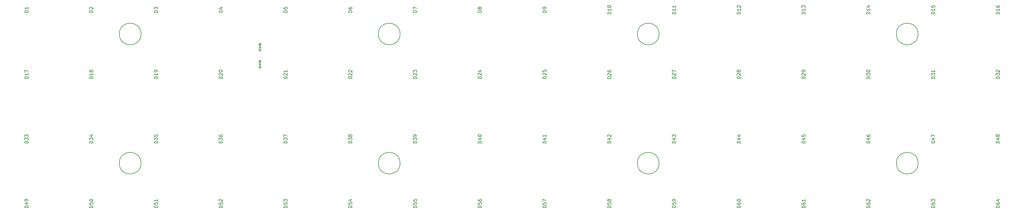
<source format=gbr>
%TF.GenerationSoftware,KiCad,Pcbnew,(6.0.7)*%
%TF.CreationDate,2022-10-03T19:09:15-04:00*%
%TF.ProjectId,HardLight,48617264-4c69-4676-9874-2e6b69636164,Mark 2 Rev F*%
%TF.SameCoordinates,Original*%
%TF.FileFunction,Other,Comment*%
%FSLAX46Y46*%
G04 Gerber Fmt 4.6, Leading zero omitted, Abs format (unit mm)*
G04 Created by KiCad (PCBNEW (6.0.7)) date 2022-10-03 19:09:15*
%MOMM*%
%LPD*%
G01*
G04 APERTURE LIST*
%ADD10C,0.150000*%
%ADD11C,0.030000*%
G04 APERTURE END LIST*
D10*
%TO.C,D1*%
X37471130Y-84081845D02*
X36471130Y-84081845D01*
X36471130Y-83843750D01*
X36518750Y-83700892D01*
X36613988Y-83605654D01*
X36709226Y-83558035D01*
X36899702Y-83510416D01*
X37042559Y-83510416D01*
X37233035Y-83558035D01*
X37328273Y-83605654D01*
X37423511Y-83700892D01*
X37471130Y-83843750D01*
X37471130Y-84081845D01*
X37471130Y-82558035D02*
X37471130Y-83129464D01*
X37471130Y-82843750D02*
X36471130Y-82843750D01*
X36613988Y-82938988D01*
X36709226Y-83034226D01*
X36756845Y-83129464D01*
%TO.C,D2*%
X56521130Y-84081845D02*
X55521130Y-84081845D01*
X55521130Y-83843750D01*
X55568750Y-83700892D01*
X55663988Y-83605654D01*
X55759226Y-83558035D01*
X55949702Y-83510416D01*
X56092559Y-83510416D01*
X56283035Y-83558035D01*
X56378273Y-83605654D01*
X56473511Y-83700892D01*
X56521130Y-83843750D01*
X56521130Y-84081845D01*
X55616369Y-83129464D02*
X55568750Y-83081845D01*
X55521130Y-82986607D01*
X55521130Y-82748511D01*
X55568750Y-82653273D01*
X55616369Y-82605654D01*
X55711607Y-82558035D01*
X55806845Y-82558035D01*
X55949702Y-82605654D01*
X56521130Y-83177083D01*
X56521130Y-82558035D01*
%TO.C,D3*%
X75571130Y-84081845D02*
X74571130Y-84081845D01*
X74571130Y-83843750D01*
X74618750Y-83700892D01*
X74713988Y-83605654D01*
X74809226Y-83558035D01*
X74999702Y-83510416D01*
X75142559Y-83510416D01*
X75333035Y-83558035D01*
X75428273Y-83605654D01*
X75523511Y-83700892D01*
X75571130Y-83843750D01*
X75571130Y-84081845D01*
X74571130Y-83177083D02*
X74571130Y-82558035D01*
X74952083Y-82891369D01*
X74952083Y-82748511D01*
X74999702Y-82653273D01*
X75047321Y-82605654D01*
X75142559Y-82558035D01*
X75380654Y-82558035D01*
X75475892Y-82605654D01*
X75523511Y-82653273D01*
X75571130Y-82748511D01*
X75571130Y-83034226D01*
X75523511Y-83129464D01*
X75475892Y-83177083D01*
%TO.C,D4*%
X94621130Y-84081845D02*
X93621130Y-84081845D01*
X93621130Y-83843750D01*
X93668750Y-83700892D01*
X93763988Y-83605654D01*
X93859226Y-83558035D01*
X94049702Y-83510416D01*
X94192559Y-83510416D01*
X94383035Y-83558035D01*
X94478273Y-83605654D01*
X94573511Y-83700892D01*
X94621130Y-83843750D01*
X94621130Y-84081845D01*
X93954464Y-82653273D02*
X94621130Y-82653273D01*
X93573511Y-82891369D02*
X94287797Y-83129464D01*
X94287797Y-82510416D01*
%TO.C,D5*%
X113671130Y-84081845D02*
X112671130Y-84081845D01*
X112671130Y-83843750D01*
X112718750Y-83700892D01*
X112813988Y-83605654D01*
X112909226Y-83558035D01*
X113099702Y-83510416D01*
X113242559Y-83510416D01*
X113433035Y-83558035D01*
X113528273Y-83605654D01*
X113623511Y-83700892D01*
X113671130Y-83843750D01*
X113671130Y-84081845D01*
X112671130Y-82605654D02*
X112671130Y-83081845D01*
X113147321Y-83129464D01*
X113099702Y-83081845D01*
X113052083Y-82986607D01*
X113052083Y-82748511D01*
X113099702Y-82653273D01*
X113147321Y-82605654D01*
X113242559Y-82558035D01*
X113480654Y-82558035D01*
X113575892Y-82605654D01*
X113623511Y-82653273D01*
X113671130Y-82748511D01*
X113671130Y-82986607D01*
X113623511Y-83081845D01*
X113575892Y-83129464D01*
%TO.C,D6*%
X132721130Y-84081845D02*
X131721130Y-84081845D01*
X131721130Y-83843750D01*
X131768750Y-83700892D01*
X131863988Y-83605654D01*
X131959226Y-83558035D01*
X132149702Y-83510416D01*
X132292559Y-83510416D01*
X132483035Y-83558035D01*
X132578273Y-83605654D01*
X132673511Y-83700892D01*
X132721130Y-83843750D01*
X132721130Y-84081845D01*
X131721130Y-82653273D02*
X131721130Y-82843750D01*
X131768750Y-82938988D01*
X131816369Y-82986607D01*
X131959226Y-83081845D01*
X132149702Y-83129464D01*
X132530654Y-83129464D01*
X132625892Y-83081845D01*
X132673511Y-83034226D01*
X132721130Y-82938988D01*
X132721130Y-82748511D01*
X132673511Y-82653273D01*
X132625892Y-82605654D01*
X132530654Y-82558035D01*
X132292559Y-82558035D01*
X132197321Y-82605654D01*
X132149702Y-82653273D01*
X132102083Y-82748511D01*
X132102083Y-82938988D01*
X132149702Y-83034226D01*
X132197321Y-83081845D01*
X132292559Y-83129464D01*
%TO.C,D7*%
X151771130Y-84081845D02*
X150771130Y-84081845D01*
X150771130Y-83843750D01*
X150818750Y-83700892D01*
X150913988Y-83605654D01*
X151009226Y-83558035D01*
X151199702Y-83510416D01*
X151342559Y-83510416D01*
X151533035Y-83558035D01*
X151628273Y-83605654D01*
X151723511Y-83700892D01*
X151771130Y-83843750D01*
X151771130Y-84081845D01*
X150771130Y-83177083D02*
X150771130Y-82510416D01*
X151771130Y-82938988D01*
%TO.C,D8*%
X170821130Y-84081845D02*
X169821130Y-84081845D01*
X169821130Y-83843750D01*
X169868750Y-83700892D01*
X169963988Y-83605654D01*
X170059226Y-83558035D01*
X170249702Y-83510416D01*
X170392559Y-83510416D01*
X170583035Y-83558035D01*
X170678273Y-83605654D01*
X170773511Y-83700892D01*
X170821130Y-83843750D01*
X170821130Y-84081845D01*
X170249702Y-82938988D02*
X170202083Y-83034226D01*
X170154464Y-83081845D01*
X170059226Y-83129464D01*
X170011607Y-83129464D01*
X169916369Y-83081845D01*
X169868750Y-83034226D01*
X169821130Y-82938988D01*
X169821130Y-82748511D01*
X169868750Y-82653273D01*
X169916369Y-82605654D01*
X170011607Y-82558035D01*
X170059226Y-82558035D01*
X170154464Y-82605654D01*
X170202083Y-82653273D01*
X170249702Y-82748511D01*
X170249702Y-82938988D01*
X170297321Y-83034226D01*
X170344940Y-83081845D01*
X170440178Y-83129464D01*
X170630654Y-83129464D01*
X170725892Y-83081845D01*
X170773511Y-83034226D01*
X170821130Y-82938988D01*
X170821130Y-82748511D01*
X170773511Y-82653273D01*
X170725892Y-82605654D01*
X170630654Y-82558035D01*
X170440178Y-82558035D01*
X170344940Y-82605654D01*
X170297321Y-82653273D01*
X170249702Y-82748511D01*
%TO.C,D9*%
X189871130Y-84081845D02*
X188871130Y-84081845D01*
X188871130Y-83843750D01*
X188918750Y-83700892D01*
X189013988Y-83605654D01*
X189109226Y-83558035D01*
X189299702Y-83510416D01*
X189442559Y-83510416D01*
X189633035Y-83558035D01*
X189728273Y-83605654D01*
X189823511Y-83700892D01*
X189871130Y-83843750D01*
X189871130Y-84081845D01*
X189871130Y-83034226D02*
X189871130Y-82843750D01*
X189823511Y-82748511D01*
X189775892Y-82700892D01*
X189633035Y-82605654D01*
X189442559Y-82558035D01*
X189061607Y-82558035D01*
X188966369Y-82605654D01*
X188918750Y-82653273D01*
X188871130Y-82748511D01*
X188871130Y-82938988D01*
X188918750Y-83034226D01*
X188966369Y-83081845D01*
X189061607Y-83129464D01*
X189299702Y-83129464D01*
X189394940Y-83081845D01*
X189442559Y-83034226D01*
X189490178Y-82938988D01*
X189490178Y-82748511D01*
X189442559Y-82653273D01*
X189394940Y-82605654D01*
X189299702Y-82558035D01*
%TO.C,D10*%
X208921130Y-84558035D02*
X207921130Y-84558035D01*
X207921130Y-84319940D01*
X207968750Y-84177083D01*
X208063988Y-84081845D01*
X208159226Y-84034226D01*
X208349702Y-83986607D01*
X208492559Y-83986607D01*
X208683035Y-84034226D01*
X208778273Y-84081845D01*
X208873511Y-84177083D01*
X208921130Y-84319940D01*
X208921130Y-84558035D01*
X208921130Y-83034226D02*
X208921130Y-83605654D01*
X208921130Y-83319940D02*
X207921130Y-83319940D01*
X208063988Y-83415178D01*
X208159226Y-83510416D01*
X208206845Y-83605654D01*
X207921130Y-82415178D02*
X207921130Y-82319940D01*
X207968750Y-82224702D01*
X208016369Y-82177083D01*
X208111607Y-82129464D01*
X208302083Y-82081845D01*
X208540178Y-82081845D01*
X208730654Y-82129464D01*
X208825892Y-82177083D01*
X208873511Y-82224702D01*
X208921130Y-82319940D01*
X208921130Y-82415178D01*
X208873511Y-82510416D01*
X208825892Y-82558035D01*
X208730654Y-82605654D01*
X208540178Y-82653273D01*
X208302083Y-82653273D01*
X208111607Y-82605654D01*
X208016369Y-82558035D01*
X207968750Y-82510416D01*
X207921130Y-82415178D01*
%TO.C,D11*%
X227971130Y-84558035D02*
X226971130Y-84558035D01*
X226971130Y-84319940D01*
X227018750Y-84177083D01*
X227113988Y-84081845D01*
X227209226Y-84034226D01*
X227399702Y-83986607D01*
X227542559Y-83986607D01*
X227733035Y-84034226D01*
X227828273Y-84081845D01*
X227923511Y-84177083D01*
X227971130Y-84319940D01*
X227971130Y-84558035D01*
X227971130Y-83034226D02*
X227971130Y-83605654D01*
X227971130Y-83319940D02*
X226971130Y-83319940D01*
X227113988Y-83415178D01*
X227209226Y-83510416D01*
X227256845Y-83605654D01*
X227971130Y-82081845D02*
X227971130Y-82653273D01*
X227971130Y-82367559D02*
X226971130Y-82367559D01*
X227113988Y-82462797D01*
X227209226Y-82558035D01*
X227256845Y-82653273D01*
%TO.C,D12*%
X247021130Y-84558035D02*
X246021130Y-84558035D01*
X246021130Y-84319940D01*
X246068750Y-84177083D01*
X246163988Y-84081845D01*
X246259226Y-84034226D01*
X246449702Y-83986607D01*
X246592559Y-83986607D01*
X246783035Y-84034226D01*
X246878273Y-84081845D01*
X246973511Y-84177083D01*
X247021130Y-84319940D01*
X247021130Y-84558035D01*
X247021130Y-83034226D02*
X247021130Y-83605654D01*
X247021130Y-83319940D02*
X246021130Y-83319940D01*
X246163988Y-83415178D01*
X246259226Y-83510416D01*
X246306845Y-83605654D01*
X246116369Y-82653273D02*
X246068750Y-82605654D01*
X246021130Y-82510416D01*
X246021130Y-82272321D01*
X246068750Y-82177083D01*
X246116369Y-82129464D01*
X246211607Y-82081845D01*
X246306845Y-82081845D01*
X246449702Y-82129464D01*
X247021130Y-82700892D01*
X247021130Y-82081845D01*
%TO.C,D13*%
X266071130Y-84558035D02*
X265071130Y-84558035D01*
X265071130Y-84319940D01*
X265118750Y-84177083D01*
X265213988Y-84081845D01*
X265309226Y-84034226D01*
X265499702Y-83986607D01*
X265642559Y-83986607D01*
X265833035Y-84034226D01*
X265928273Y-84081845D01*
X266023511Y-84177083D01*
X266071130Y-84319940D01*
X266071130Y-84558035D01*
X266071130Y-83034226D02*
X266071130Y-83605654D01*
X266071130Y-83319940D02*
X265071130Y-83319940D01*
X265213988Y-83415178D01*
X265309226Y-83510416D01*
X265356845Y-83605654D01*
X265071130Y-82700892D02*
X265071130Y-82081845D01*
X265452083Y-82415178D01*
X265452083Y-82272321D01*
X265499702Y-82177083D01*
X265547321Y-82129464D01*
X265642559Y-82081845D01*
X265880654Y-82081845D01*
X265975892Y-82129464D01*
X266023511Y-82177083D01*
X266071130Y-82272321D01*
X266071130Y-82558035D01*
X266023511Y-82653273D01*
X265975892Y-82700892D01*
%TO.C,D14*%
X285121130Y-84558035D02*
X284121130Y-84558035D01*
X284121130Y-84319940D01*
X284168750Y-84177083D01*
X284263988Y-84081845D01*
X284359226Y-84034226D01*
X284549702Y-83986607D01*
X284692559Y-83986607D01*
X284883035Y-84034226D01*
X284978273Y-84081845D01*
X285073511Y-84177083D01*
X285121130Y-84319940D01*
X285121130Y-84558035D01*
X285121130Y-83034226D02*
X285121130Y-83605654D01*
X285121130Y-83319940D02*
X284121130Y-83319940D01*
X284263988Y-83415178D01*
X284359226Y-83510416D01*
X284406845Y-83605654D01*
X284454464Y-82177083D02*
X285121130Y-82177083D01*
X284073511Y-82415178D02*
X284787797Y-82653273D01*
X284787797Y-82034226D01*
%TO.C,D15*%
X304171130Y-84558035D02*
X303171130Y-84558035D01*
X303171130Y-84319940D01*
X303218750Y-84177083D01*
X303313988Y-84081845D01*
X303409226Y-84034226D01*
X303599702Y-83986607D01*
X303742559Y-83986607D01*
X303933035Y-84034226D01*
X304028273Y-84081845D01*
X304123511Y-84177083D01*
X304171130Y-84319940D01*
X304171130Y-84558035D01*
X304171130Y-83034226D02*
X304171130Y-83605654D01*
X304171130Y-83319940D02*
X303171130Y-83319940D01*
X303313988Y-83415178D01*
X303409226Y-83510416D01*
X303456845Y-83605654D01*
X303171130Y-82129464D02*
X303171130Y-82605654D01*
X303647321Y-82653273D01*
X303599702Y-82605654D01*
X303552083Y-82510416D01*
X303552083Y-82272321D01*
X303599702Y-82177083D01*
X303647321Y-82129464D01*
X303742559Y-82081845D01*
X303980654Y-82081845D01*
X304075892Y-82129464D01*
X304123511Y-82177083D01*
X304171130Y-82272321D01*
X304171130Y-82510416D01*
X304123511Y-82605654D01*
X304075892Y-82653273D01*
%TO.C,D16*%
X323221130Y-84558035D02*
X322221130Y-84558035D01*
X322221130Y-84319940D01*
X322268750Y-84177083D01*
X322363988Y-84081845D01*
X322459226Y-84034226D01*
X322649702Y-83986607D01*
X322792559Y-83986607D01*
X322983035Y-84034226D01*
X323078273Y-84081845D01*
X323173511Y-84177083D01*
X323221130Y-84319940D01*
X323221130Y-84558035D01*
X323221130Y-83034226D02*
X323221130Y-83605654D01*
X323221130Y-83319940D02*
X322221130Y-83319940D01*
X322363988Y-83415178D01*
X322459226Y-83510416D01*
X322506845Y-83605654D01*
X322221130Y-82177083D02*
X322221130Y-82367559D01*
X322268750Y-82462797D01*
X322316369Y-82510416D01*
X322459226Y-82605654D01*
X322649702Y-82653273D01*
X323030654Y-82653273D01*
X323125892Y-82605654D01*
X323173511Y-82558035D01*
X323221130Y-82462797D01*
X323221130Y-82272321D01*
X323173511Y-82177083D01*
X323125892Y-82129464D01*
X323030654Y-82081845D01*
X322792559Y-82081845D01*
X322697321Y-82129464D01*
X322649702Y-82177083D01*
X322602083Y-82272321D01*
X322602083Y-82462797D01*
X322649702Y-82558035D01*
X322697321Y-82605654D01*
X322792559Y-82653273D01*
%TO.C,D17*%
X37471130Y-103608035D02*
X36471130Y-103608035D01*
X36471130Y-103369940D01*
X36518750Y-103227083D01*
X36613988Y-103131845D01*
X36709226Y-103084226D01*
X36899702Y-103036607D01*
X37042559Y-103036607D01*
X37233035Y-103084226D01*
X37328273Y-103131845D01*
X37423511Y-103227083D01*
X37471130Y-103369940D01*
X37471130Y-103608035D01*
X37471130Y-102084226D02*
X37471130Y-102655654D01*
X37471130Y-102369940D02*
X36471130Y-102369940D01*
X36613988Y-102465178D01*
X36709226Y-102560416D01*
X36756845Y-102655654D01*
X36471130Y-101750892D02*
X36471130Y-101084226D01*
X37471130Y-101512797D01*
%TO.C,D18*%
X56521130Y-103608035D02*
X55521130Y-103608035D01*
X55521130Y-103369940D01*
X55568750Y-103227083D01*
X55663988Y-103131845D01*
X55759226Y-103084226D01*
X55949702Y-103036607D01*
X56092559Y-103036607D01*
X56283035Y-103084226D01*
X56378273Y-103131845D01*
X56473511Y-103227083D01*
X56521130Y-103369940D01*
X56521130Y-103608035D01*
X56521130Y-102084226D02*
X56521130Y-102655654D01*
X56521130Y-102369940D02*
X55521130Y-102369940D01*
X55663988Y-102465178D01*
X55759226Y-102560416D01*
X55806845Y-102655654D01*
X55949702Y-101512797D02*
X55902083Y-101608035D01*
X55854464Y-101655654D01*
X55759226Y-101703273D01*
X55711607Y-101703273D01*
X55616369Y-101655654D01*
X55568750Y-101608035D01*
X55521130Y-101512797D01*
X55521130Y-101322321D01*
X55568750Y-101227083D01*
X55616369Y-101179464D01*
X55711607Y-101131845D01*
X55759226Y-101131845D01*
X55854464Y-101179464D01*
X55902083Y-101227083D01*
X55949702Y-101322321D01*
X55949702Y-101512797D01*
X55997321Y-101608035D01*
X56044940Y-101655654D01*
X56140178Y-101703273D01*
X56330654Y-101703273D01*
X56425892Y-101655654D01*
X56473511Y-101608035D01*
X56521130Y-101512797D01*
X56521130Y-101322321D01*
X56473511Y-101227083D01*
X56425892Y-101179464D01*
X56330654Y-101131845D01*
X56140178Y-101131845D01*
X56044940Y-101179464D01*
X55997321Y-101227083D01*
X55949702Y-101322321D01*
%TO.C,D19*%
X75571130Y-103608035D02*
X74571130Y-103608035D01*
X74571130Y-103369940D01*
X74618750Y-103227083D01*
X74713988Y-103131845D01*
X74809226Y-103084226D01*
X74999702Y-103036607D01*
X75142559Y-103036607D01*
X75333035Y-103084226D01*
X75428273Y-103131845D01*
X75523511Y-103227083D01*
X75571130Y-103369940D01*
X75571130Y-103608035D01*
X75571130Y-102084226D02*
X75571130Y-102655654D01*
X75571130Y-102369940D02*
X74571130Y-102369940D01*
X74713988Y-102465178D01*
X74809226Y-102560416D01*
X74856845Y-102655654D01*
X75571130Y-101608035D02*
X75571130Y-101417559D01*
X75523511Y-101322321D01*
X75475892Y-101274702D01*
X75333035Y-101179464D01*
X75142559Y-101131845D01*
X74761607Y-101131845D01*
X74666369Y-101179464D01*
X74618750Y-101227083D01*
X74571130Y-101322321D01*
X74571130Y-101512797D01*
X74618750Y-101608035D01*
X74666369Y-101655654D01*
X74761607Y-101703273D01*
X74999702Y-101703273D01*
X75094940Y-101655654D01*
X75142559Y-101608035D01*
X75190178Y-101512797D01*
X75190178Y-101322321D01*
X75142559Y-101227083D01*
X75094940Y-101179464D01*
X74999702Y-101131845D01*
%TO.C,D20*%
X94621130Y-103608035D02*
X93621130Y-103608035D01*
X93621130Y-103369940D01*
X93668750Y-103227083D01*
X93763988Y-103131845D01*
X93859226Y-103084226D01*
X94049702Y-103036607D01*
X94192559Y-103036607D01*
X94383035Y-103084226D01*
X94478273Y-103131845D01*
X94573511Y-103227083D01*
X94621130Y-103369940D01*
X94621130Y-103608035D01*
X93716369Y-102655654D02*
X93668750Y-102608035D01*
X93621130Y-102512797D01*
X93621130Y-102274702D01*
X93668750Y-102179464D01*
X93716369Y-102131845D01*
X93811607Y-102084226D01*
X93906845Y-102084226D01*
X94049702Y-102131845D01*
X94621130Y-102703273D01*
X94621130Y-102084226D01*
X93621130Y-101465178D02*
X93621130Y-101369940D01*
X93668750Y-101274702D01*
X93716369Y-101227083D01*
X93811607Y-101179464D01*
X94002083Y-101131845D01*
X94240178Y-101131845D01*
X94430654Y-101179464D01*
X94525892Y-101227083D01*
X94573511Y-101274702D01*
X94621130Y-101369940D01*
X94621130Y-101465178D01*
X94573511Y-101560416D01*
X94525892Y-101608035D01*
X94430654Y-101655654D01*
X94240178Y-101703273D01*
X94002083Y-101703273D01*
X93811607Y-101655654D01*
X93716369Y-101608035D01*
X93668750Y-101560416D01*
X93621130Y-101465178D01*
%TO.C,D21*%
X113671130Y-103608035D02*
X112671130Y-103608035D01*
X112671130Y-103369940D01*
X112718750Y-103227083D01*
X112813988Y-103131845D01*
X112909226Y-103084226D01*
X113099702Y-103036607D01*
X113242559Y-103036607D01*
X113433035Y-103084226D01*
X113528273Y-103131845D01*
X113623511Y-103227083D01*
X113671130Y-103369940D01*
X113671130Y-103608035D01*
X112766369Y-102655654D02*
X112718750Y-102608035D01*
X112671130Y-102512797D01*
X112671130Y-102274702D01*
X112718750Y-102179464D01*
X112766369Y-102131845D01*
X112861607Y-102084226D01*
X112956845Y-102084226D01*
X113099702Y-102131845D01*
X113671130Y-102703273D01*
X113671130Y-102084226D01*
X113671130Y-101131845D02*
X113671130Y-101703273D01*
X113671130Y-101417559D02*
X112671130Y-101417559D01*
X112813988Y-101512797D01*
X112909226Y-101608035D01*
X112956845Y-101703273D01*
%TO.C,D22*%
X132721130Y-103608035D02*
X131721130Y-103608035D01*
X131721130Y-103369940D01*
X131768750Y-103227083D01*
X131863988Y-103131845D01*
X131959226Y-103084226D01*
X132149702Y-103036607D01*
X132292559Y-103036607D01*
X132483035Y-103084226D01*
X132578273Y-103131845D01*
X132673511Y-103227083D01*
X132721130Y-103369940D01*
X132721130Y-103608035D01*
X131816369Y-102655654D02*
X131768750Y-102608035D01*
X131721130Y-102512797D01*
X131721130Y-102274702D01*
X131768750Y-102179464D01*
X131816369Y-102131845D01*
X131911607Y-102084226D01*
X132006845Y-102084226D01*
X132149702Y-102131845D01*
X132721130Y-102703273D01*
X132721130Y-102084226D01*
X131816369Y-101703273D02*
X131768750Y-101655654D01*
X131721130Y-101560416D01*
X131721130Y-101322321D01*
X131768750Y-101227083D01*
X131816369Y-101179464D01*
X131911607Y-101131845D01*
X132006845Y-101131845D01*
X132149702Y-101179464D01*
X132721130Y-101750892D01*
X132721130Y-101131845D01*
%TO.C,D23*%
X151771130Y-103608035D02*
X150771130Y-103608035D01*
X150771130Y-103369940D01*
X150818750Y-103227083D01*
X150913988Y-103131845D01*
X151009226Y-103084226D01*
X151199702Y-103036607D01*
X151342559Y-103036607D01*
X151533035Y-103084226D01*
X151628273Y-103131845D01*
X151723511Y-103227083D01*
X151771130Y-103369940D01*
X151771130Y-103608035D01*
X150866369Y-102655654D02*
X150818750Y-102608035D01*
X150771130Y-102512797D01*
X150771130Y-102274702D01*
X150818750Y-102179464D01*
X150866369Y-102131845D01*
X150961607Y-102084226D01*
X151056845Y-102084226D01*
X151199702Y-102131845D01*
X151771130Y-102703273D01*
X151771130Y-102084226D01*
X150771130Y-101750892D02*
X150771130Y-101131845D01*
X151152083Y-101465178D01*
X151152083Y-101322321D01*
X151199702Y-101227083D01*
X151247321Y-101179464D01*
X151342559Y-101131845D01*
X151580654Y-101131845D01*
X151675892Y-101179464D01*
X151723511Y-101227083D01*
X151771130Y-101322321D01*
X151771130Y-101608035D01*
X151723511Y-101703273D01*
X151675892Y-101750892D01*
%TO.C,D24*%
X170821130Y-103608035D02*
X169821130Y-103608035D01*
X169821130Y-103369940D01*
X169868750Y-103227083D01*
X169963988Y-103131845D01*
X170059226Y-103084226D01*
X170249702Y-103036607D01*
X170392559Y-103036607D01*
X170583035Y-103084226D01*
X170678273Y-103131845D01*
X170773511Y-103227083D01*
X170821130Y-103369940D01*
X170821130Y-103608035D01*
X169916369Y-102655654D02*
X169868750Y-102608035D01*
X169821130Y-102512797D01*
X169821130Y-102274702D01*
X169868750Y-102179464D01*
X169916369Y-102131845D01*
X170011607Y-102084226D01*
X170106845Y-102084226D01*
X170249702Y-102131845D01*
X170821130Y-102703273D01*
X170821130Y-102084226D01*
X170154464Y-101227083D02*
X170821130Y-101227083D01*
X169773511Y-101465178D02*
X170487797Y-101703273D01*
X170487797Y-101084226D01*
%TO.C,D25*%
X189871130Y-103545535D02*
X188871130Y-103545535D01*
X188871130Y-103307440D01*
X188918750Y-103164583D01*
X189013988Y-103069345D01*
X189109226Y-103021726D01*
X189299702Y-102974107D01*
X189442559Y-102974107D01*
X189633035Y-103021726D01*
X189728273Y-103069345D01*
X189823511Y-103164583D01*
X189871130Y-103307440D01*
X189871130Y-103545535D01*
X188966369Y-102593154D02*
X188918750Y-102545535D01*
X188871130Y-102450297D01*
X188871130Y-102212202D01*
X188918750Y-102116964D01*
X188966369Y-102069345D01*
X189061607Y-102021726D01*
X189156845Y-102021726D01*
X189299702Y-102069345D01*
X189871130Y-102640773D01*
X189871130Y-102021726D01*
X188871130Y-101116964D02*
X188871130Y-101593154D01*
X189347321Y-101640773D01*
X189299702Y-101593154D01*
X189252083Y-101497916D01*
X189252083Y-101259821D01*
X189299702Y-101164583D01*
X189347321Y-101116964D01*
X189442559Y-101069345D01*
X189680654Y-101069345D01*
X189775892Y-101116964D01*
X189823511Y-101164583D01*
X189871130Y-101259821D01*
X189871130Y-101497916D01*
X189823511Y-101593154D01*
X189775892Y-101640773D01*
%TO.C,D26*%
X208921130Y-103620535D02*
X207921130Y-103620535D01*
X207921130Y-103382440D01*
X207968750Y-103239583D01*
X208063988Y-103144345D01*
X208159226Y-103096726D01*
X208349702Y-103049107D01*
X208492559Y-103049107D01*
X208683035Y-103096726D01*
X208778273Y-103144345D01*
X208873511Y-103239583D01*
X208921130Y-103382440D01*
X208921130Y-103620535D01*
X208016369Y-102668154D02*
X207968750Y-102620535D01*
X207921130Y-102525297D01*
X207921130Y-102287202D01*
X207968750Y-102191964D01*
X208016369Y-102144345D01*
X208111607Y-102096726D01*
X208206845Y-102096726D01*
X208349702Y-102144345D01*
X208921130Y-102715773D01*
X208921130Y-102096726D01*
X207921130Y-101239583D02*
X207921130Y-101430059D01*
X207968750Y-101525297D01*
X208016369Y-101572916D01*
X208159226Y-101668154D01*
X208349702Y-101715773D01*
X208730654Y-101715773D01*
X208825892Y-101668154D01*
X208873511Y-101620535D01*
X208921130Y-101525297D01*
X208921130Y-101334821D01*
X208873511Y-101239583D01*
X208825892Y-101191964D01*
X208730654Y-101144345D01*
X208492559Y-101144345D01*
X208397321Y-101191964D01*
X208349702Y-101239583D01*
X208302083Y-101334821D01*
X208302083Y-101525297D01*
X208349702Y-101620535D01*
X208397321Y-101668154D01*
X208492559Y-101715773D01*
%TO.C,D27*%
X227971130Y-103608035D02*
X226971130Y-103608035D01*
X226971130Y-103369940D01*
X227018750Y-103227083D01*
X227113988Y-103131845D01*
X227209226Y-103084226D01*
X227399702Y-103036607D01*
X227542559Y-103036607D01*
X227733035Y-103084226D01*
X227828273Y-103131845D01*
X227923511Y-103227083D01*
X227971130Y-103369940D01*
X227971130Y-103608035D01*
X227066369Y-102655654D02*
X227018750Y-102608035D01*
X226971130Y-102512797D01*
X226971130Y-102274702D01*
X227018750Y-102179464D01*
X227066369Y-102131845D01*
X227161607Y-102084226D01*
X227256845Y-102084226D01*
X227399702Y-102131845D01*
X227971130Y-102703273D01*
X227971130Y-102084226D01*
X226971130Y-101750892D02*
X226971130Y-101084226D01*
X227971130Y-101512797D01*
%TO.C,D28*%
X247021130Y-103608035D02*
X246021130Y-103608035D01*
X246021130Y-103369940D01*
X246068750Y-103227083D01*
X246163988Y-103131845D01*
X246259226Y-103084226D01*
X246449702Y-103036607D01*
X246592559Y-103036607D01*
X246783035Y-103084226D01*
X246878273Y-103131845D01*
X246973511Y-103227083D01*
X247021130Y-103369940D01*
X247021130Y-103608035D01*
X246116369Y-102655654D02*
X246068750Y-102608035D01*
X246021130Y-102512797D01*
X246021130Y-102274702D01*
X246068750Y-102179464D01*
X246116369Y-102131845D01*
X246211607Y-102084226D01*
X246306845Y-102084226D01*
X246449702Y-102131845D01*
X247021130Y-102703273D01*
X247021130Y-102084226D01*
X246449702Y-101512797D02*
X246402083Y-101608035D01*
X246354464Y-101655654D01*
X246259226Y-101703273D01*
X246211607Y-101703273D01*
X246116369Y-101655654D01*
X246068750Y-101608035D01*
X246021130Y-101512797D01*
X246021130Y-101322321D01*
X246068750Y-101227083D01*
X246116369Y-101179464D01*
X246211607Y-101131845D01*
X246259226Y-101131845D01*
X246354464Y-101179464D01*
X246402083Y-101227083D01*
X246449702Y-101322321D01*
X246449702Y-101512797D01*
X246497321Y-101608035D01*
X246544940Y-101655654D01*
X246640178Y-101703273D01*
X246830654Y-101703273D01*
X246925892Y-101655654D01*
X246973511Y-101608035D01*
X247021130Y-101512797D01*
X247021130Y-101322321D01*
X246973511Y-101227083D01*
X246925892Y-101179464D01*
X246830654Y-101131845D01*
X246640178Y-101131845D01*
X246544940Y-101179464D01*
X246497321Y-101227083D01*
X246449702Y-101322321D01*
%TO.C,D29*%
X266071130Y-103608035D02*
X265071130Y-103608035D01*
X265071130Y-103369940D01*
X265118750Y-103227083D01*
X265213988Y-103131845D01*
X265309226Y-103084226D01*
X265499702Y-103036607D01*
X265642559Y-103036607D01*
X265833035Y-103084226D01*
X265928273Y-103131845D01*
X266023511Y-103227083D01*
X266071130Y-103369940D01*
X266071130Y-103608035D01*
X265166369Y-102655654D02*
X265118750Y-102608035D01*
X265071130Y-102512797D01*
X265071130Y-102274702D01*
X265118750Y-102179464D01*
X265166369Y-102131845D01*
X265261607Y-102084226D01*
X265356845Y-102084226D01*
X265499702Y-102131845D01*
X266071130Y-102703273D01*
X266071130Y-102084226D01*
X266071130Y-101608035D02*
X266071130Y-101417559D01*
X266023511Y-101322321D01*
X265975892Y-101274702D01*
X265833035Y-101179464D01*
X265642559Y-101131845D01*
X265261607Y-101131845D01*
X265166369Y-101179464D01*
X265118750Y-101227083D01*
X265071130Y-101322321D01*
X265071130Y-101512797D01*
X265118750Y-101608035D01*
X265166369Y-101655654D01*
X265261607Y-101703273D01*
X265499702Y-101703273D01*
X265594940Y-101655654D01*
X265642559Y-101608035D01*
X265690178Y-101512797D01*
X265690178Y-101322321D01*
X265642559Y-101227083D01*
X265594940Y-101179464D01*
X265499702Y-101131845D01*
%TO.C,D30*%
X285121130Y-103608035D02*
X284121130Y-103608035D01*
X284121130Y-103369940D01*
X284168750Y-103227083D01*
X284263988Y-103131845D01*
X284359226Y-103084226D01*
X284549702Y-103036607D01*
X284692559Y-103036607D01*
X284883035Y-103084226D01*
X284978273Y-103131845D01*
X285073511Y-103227083D01*
X285121130Y-103369940D01*
X285121130Y-103608035D01*
X284121130Y-102703273D02*
X284121130Y-102084226D01*
X284502083Y-102417559D01*
X284502083Y-102274702D01*
X284549702Y-102179464D01*
X284597321Y-102131845D01*
X284692559Y-102084226D01*
X284930654Y-102084226D01*
X285025892Y-102131845D01*
X285073511Y-102179464D01*
X285121130Y-102274702D01*
X285121130Y-102560416D01*
X285073511Y-102655654D01*
X285025892Y-102703273D01*
X284121130Y-101465178D02*
X284121130Y-101369940D01*
X284168750Y-101274702D01*
X284216369Y-101227083D01*
X284311607Y-101179464D01*
X284502083Y-101131845D01*
X284740178Y-101131845D01*
X284930654Y-101179464D01*
X285025892Y-101227083D01*
X285073511Y-101274702D01*
X285121130Y-101369940D01*
X285121130Y-101465178D01*
X285073511Y-101560416D01*
X285025892Y-101608035D01*
X284930654Y-101655654D01*
X284740178Y-101703273D01*
X284502083Y-101703273D01*
X284311607Y-101655654D01*
X284216369Y-101608035D01*
X284168750Y-101560416D01*
X284121130Y-101465178D01*
%TO.C,D31*%
X304171130Y-103608035D02*
X303171130Y-103608035D01*
X303171130Y-103369940D01*
X303218750Y-103227083D01*
X303313988Y-103131845D01*
X303409226Y-103084226D01*
X303599702Y-103036607D01*
X303742559Y-103036607D01*
X303933035Y-103084226D01*
X304028273Y-103131845D01*
X304123511Y-103227083D01*
X304171130Y-103369940D01*
X304171130Y-103608035D01*
X303171130Y-102703273D02*
X303171130Y-102084226D01*
X303552083Y-102417559D01*
X303552083Y-102274702D01*
X303599702Y-102179464D01*
X303647321Y-102131845D01*
X303742559Y-102084226D01*
X303980654Y-102084226D01*
X304075892Y-102131845D01*
X304123511Y-102179464D01*
X304171130Y-102274702D01*
X304171130Y-102560416D01*
X304123511Y-102655654D01*
X304075892Y-102703273D01*
X304171130Y-101131845D02*
X304171130Y-101703273D01*
X304171130Y-101417559D02*
X303171130Y-101417559D01*
X303313988Y-101512797D01*
X303409226Y-101608035D01*
X303456845Y-101703273D01*
%TO.C,D32*%
X323221130Y-103608035D02*
X322221130Y-103608035D01*
X322221130Y-103369940D01*
X322268750Y-103227083D01*
X322363988Y-103131845D01*
X322459226Y-103084226D01*
X322649702Y-103036607D01*
X322792559Y-103036607D01*
X322983035Y-103084226D01*
X323078273Y-103131845D01*
X323173511Y-103227083D01*
X323221130Y-103369940D01*
X323221130Y-103608035D01*
X322221130Y-102703273D02*
X322221130Y-102084226D01*
X322602083Y-102417559D01*
X322602083Y-102274702D01*
X322649702Y-102179464D01*
X322697321Y-102131845D01*
X322792559Y-102084226D01*
X323030654Y-102084226D01*
X323125892Y-102131845D01*
X323173511Y-102179464D01*
X323221130Y-102274702D01*
X323221130Y-102560416D01*
X323173511Y-102655654D01*
X323125892Y-102703273D01*
X322316369Y-101703273D02*
X322268750Y-101655654D01*
X322221130Y-101560416D01*
X322221130Y-101322321D01*
X322268750Y-101227083D01*
X322316369Y-101179464D01*
X322411607Y-101131845D01*
X322506845Y-101131845D01*
X322649702Y-101179464D01*
X323221130Y-101750892D01*
X323221130Y-101131845D01*
%TO.C,D33*%
X37471130Y-122658035D02*
X36471130Y-122658035D01*
X36471130Y-122419940D01*
X36518750Y-122277083D01*
X36613988Y-122181845D01*
X36709226Y-122134226D01*
X36899702Y-122086607D01*
X37042559Y-122086607D01*
X37233035Y-122134226D01*
X37328273Y-122181845D01*
X37423511Y-122277083D01*
X37471130Y-122419940D01*
X37471130Y-122658035D01*
X36471130Y-121753273D02*
X36471130Y-121134226D01*
X36852083Y-121467559D01*
X36852083Y-121324702D01*
X36899702Y-121229464D01*
X36947321Y-121181845D01*
X37042559Y-121134226D01*
X37280654Y-121134226D01*
X37375892Y-121181845D01*
X37423511Y-121229464D01*
X37471130Y-121324702D01*
X37471130Y-121610416D01*
X37423511Y-121705654D01*
X37375892Y-121753273D01*
X36471130Y-120800892D02*
X36471130Y-120181845D01*
X36852083Y-120515178D01*
X36852083Y-120372321D01*
X36899702Y-120277083D01*
X36947321Y-120229464D01*
X37042559Y-120181845D01*
X37280654Y-120181845D01*
X37375892Y-120229464D01*
X37423511Y-120277083D01*
X37471130Y-120372321D01*
X37471130Y-120658035D01*
X37423511Y-120753273D01*
X37375892Y-120800892D01*
%TO.C,D34*%
X56521130Y-122658035D02*
X55521130Y-122658035D01*
X55521130Y-122419940D01*
X55568750Y-122277083D01*
X55663988Y-122181845D01*
X55759226Y-122134226D01*
X55949702Y-122086607D01*
X56092559Y-122086607D01*
X56283035Y-122134226D01*
X56378273Y-122181845D01*
X56473511Y-122277083D01*
X56521130Y-122419940D01*
X56521130Y-122658035D01*
X55521130Y-121753273D02*
X55521130Y-121134226D01*
X55902083Y-121467559D01*
X55902083Y-121324702D01*
X55949702Y-121229464D01*
X55997321Y-121181845D01*
X56092559Y-121134226D01*
X56330654Y-121134226D01*
X56425892Y-121181845D01*
X56473511Y-121229464D01*
X56521130Y-121324702D01*
X56521130Y-121610416D01*
X56473511Y-121705654D01*
X56425892Y-121753273D01*
X55854464Y-120277083D02*
X56521130Y-120277083D01*
X55473511Y-120515178D02*
X56187797Y-120753273D01*
X56187797Y-120134226D01*
%TO.C,D35*%
X75571130Y-122658035D02*
X74571130Y-122658035D01*
X74571130Y-122419940D01*
X74618750Y-122277083D01*
X74713988Y-122181845D01*
X74809226Y-122134226D01*
X74999702Y-122086607D01*
X75142559Y-122086607D01*
X75333035Y-122134226D01*
X75428273Y-122181845D01*
X75523511Y-122277083D01*
X75571130Y-122419940D01*
X75571130Y-122658035D01*
X74571130Y-121753273D02*
X74571130Y-121134226D01*
X74952083Y-121467559D01*
X74952083Y-121324702D01*
X74999702Y-121229464D01*
X75047321Y-121181845D01*
X75142559Y-121134226D01*
X75380654Y-121134226D01*
X75475892Y-121181845D01*
X75523511Y-121229464D01*
X75571130Y-121324702D01*
X75571130Y-121610416D01*
X75523511Y-121705654D01*
X75475892Y-121753273D01*
X74571130Y-120229464D02*
X74571130Y-120705654D01*
X75047321Y-120753273D01*
X74999702Y-120705654D01*
X74952083Y-120610416D01*
X74952083Y-120372321D01*
X74999702Y-120277083D01*
X75047321Y-120229464D01*
X75142559Y-120181845D01*
X75380654Y-120181845D01*
X75475892Y-120229464D01*
X75523511Y-120277083D01*
X75571130Y-120372321D01*
X75571130Y-120610416D01*
X75523511Y-120705654D01*
X75475892Y-120753273D01*
%TO.C,D36*%
X94621130Y-122658035D02*
X93621130Y-122658035D01*
X93621130Y-122419940D01*
X93668750Y-122277083D01*
X93763988Y-122181845D01*
X93859226Y-122134226D01*
X94049702Y-122086607D01*
X94192559Y-122086607D01*
X94383035Y-122134226D01*
X94478273Y-122181845D01*
X94573511Y-122277083D01*
X94621130Y-122419940D01*
X94621130Y-122658035D01*
X93621130Y-121753273D02*
X93621130Y-121134226D01*
X94002083Y-121467559D01*
X94002083Y-121324702D01*
X94049702Y-121229464D01*
X94097321Y-121181845D01*
X94192559Y-121134226D01*
X94430654Y-121134226D01*
X94525892Y-121181845D01*
X94573511Y-121229464D01*
X94621130Y-121324702D01*
X94621130Y-121610416D01*
X94573511Y-121705654D01*
X94525892Y-121753273D01*
X93621130Y-120277083D02*
X93621130Y-120467559D01*
X93668750Y-120562797D01*
X93716369Y-120610416D01*
X93859226Y-120705654D01*
X94049702Y-120753273D01*
X94430654Y-120753273D01*
X94525892Y-120705654D01*
X94573511Y-120658035D01*
X94621130Y-120562797D01*
X94621130Y-120372321D01*
X94573511Y-120277083D01*
X94525892Y-120229464D01*
X94430654Y-120181845D01*
X94192559Y-120181845D01*
X94097321Y-120229464D01*
X94049702Y-120277083D01*
X94002083Y-120372321D01*
X94002083Y-120562797D01*
X94049702Y-120658035D01*
X94097321Y-120705654D01*
X94192559Y-120753273D01*
%TO.C,D37*%
X113671130Y-122658035D02*
X112671130Y-122658035D01*
X112671130Y-122419940D01*
X112718750Y-122277083D01*
X112813988Y-122181845D01*
X112909226Y-122134226D01*
X113099702Y-122086607D01*
X113242559Y-122086607D01*
X113433035Y-122134226D01*
X113528273Y-122181845D01*
X113623511Y-122277083D01*
X113671130Y-122419940D01*
X113671130Y-122658035D01*
X112671130Y-121753273D02*
X112671130Y-121134226D01*
X113052083Y-121467559D01*
X113052083Y-121324702D01*
X113099702Y-121229464D01*
X113147321Y-121181845D01*
X113242559Y-121134226D01*
X113480654Y-121134226D01*
X113575892Y-121181845D01*
X113623511Y-121229464D01*
X113671130Y-121324702D01*
X113671130Y-121610416D01*
X113623511Y-121705654D01*
X113575892Y-121753273D01*
X112671130Y-120800892D02*
X112671130Y-120134226D01*
X113671130Y-120562797D01*
%TO.C,D38*%
X132721130Y-122658035D02*
X131721130Y-122658035D01*
X131721130Y-122419940D01*
X131768750Y-122277083D01*
X131863988Y-122181845D01*
X131959226Y-122134226D01*
X132149702Y-122086607D01*
X132292559Y-122086607D01*
X132483035Y-122134226D01*
X132578273Y-122181845D01*
X132673511Y-122277083D01*
X132721130Y-122419940D01*
X132721130Y-122658035D01*
X131721130Y-121753273D02*
X131721130Y-121134226D01*
X132102083Y-121467559D01*
X132102083Y-121324702D01*
X132149702Y-121229464D01*
X132197321Y-121181845D01*
X132292559Y-121134226D01*
X132530654Y-121134226D01*
X132625892Y-121181845D01*
X132673511Y-121229464D01*
X132721130Y-121324702D01*
X132721130Y-121610416D01*
X132673511Y-121705654D01*
X132625892Y-121753273D01*
X132149702Y-120562797D02*
X132102083Y-120658035D01*
X132054464Y-120705654D01*
X131959226Y-120753273D01*
X131911607Y-120753273D01*
X131816369Y-120705654D01*
X131768750Y-120658035D01*
X131721130Y-120562797D01*
X131721130Y-120372321D01*
X131768750Y-120277083D01*
X131816369Y-120229464D01*
X131911607Y-120181845D01*
X131959226Y-120181845D01*
X132054464Y-120229464D01*
X132102083Y-120277083D01*
X132149702Y-120372321D01*
X132149702Y-120562797D01*
X132197321Y-120658035D01*
X132244940Y-120705654D01*
X132340178Y-120753273D01*
X132530654Y-120753273D01*
X132625892Y-120705654D01*
X132673511Y-120658035D01*
X132721130Y-120562797D01*
X132721130Y-120372321D01*
X132673511Y-120277083D01*
X132625892Y-120229464D01*
X132530654Y-120181845D01*
X132340178Y-120181845D01*
X132244940Y-120229464D01*
X132197321Y-120277083D01*
X132149702Y-120372321D01*
%TO.C,D39*%
X151771130Y-122658035D02*
X150771130Y-122658035D01*
X150771130Y-122419940D01*
X150818750Y-122277083D01*
X150913988Y-122181845D01*
X151009226Y-122134226D01*
X151199702Y-122086607D01*
X151342559Y-122086607D01*
X151533035Y-122134226D01*
X151628273Y-122181845D01*
X151723511Y-122277083D01*
X151771130Y-122419940D01*
X151771130Y-122658035D01*
X150771130Y-121753273D02*
X150771130Y-121134226D01*
X151152083Y-121467559D01*
X151152083Y-121324702D01*
X151199702Y-121229464D01*
X151247321Y-121181845D01*
X151342559Y-121134226D01*
X151580654Y-121134226D01*
X151675892Y-121181845D01*
X151723511Y-121229464D01*
X151771130Y-121324702D01*
X151771130Y-121610416D01*
X151723511Y-121705654D01*
X151675892Y-121753273D01*
X151771130Y-120658035D02*
X151771130Y-120467559D01*
X151723511Y-120372321D01*
X151675892Y-120324702D01*
X151533035Y-120229464D01*
X151342559Y-120181845D01*
X150961607Y-120181845D01*
X150866369Y-120229464D01*
X150818750Y-120277083D01*
X150771130Y-120372321D01*
X150771130Y-120562797D01*
X150818750Y-120658035D01*
X150866369Y-120705654D01*
X150961607Y-120753273D01*
X151199702Y-120753273D01*
X151294940Y-120705654D01*
X151342559Y-120658035D01*
X151390178Y-120562797D01*
X151390178Y-120372321D01*
X151342559Y-120277083D01*
X151294940Y-120229464D01*
X151199702Y-120181845D01*
%TO.C,D40*%
X170821130Y-122658035D02*
X169821130Y-122658035D01*
X169821130Y-122419940D01*
X169868750Y-122277083D01*
X169963988Y-122181845D01*
X170059226Y-122134226D01*
X170249702Y-122086607D01*
X170392559Y-122086607D01*
X170583035Y-122134226D01*
X170678273Y-122181845D01*
X170773511Y-122277083D01*
X170821130Y-122419940D01*
X170821130Y-122658035D01*
X170154464Y-121229464D02*
X170821130Y-121229464D01*
X169773511Y-121467559D02*
X170487797Y-121705654D01*
X170487797Y-121086607D01*
X169821130Y-120515178D02*
X169821130Y-120419940D01*
X169868750Y-120324702D01*
X169916369Y-120277083D01*
X170011607Y-120229464D01*
X170202083Y-120181845D01*
X170440178Y-120181845D01*
X170630654Y-120229464D01*
X170725892Y-120277083D01*
X170773511Y-120324702D01*
X170821130Y-120419940D01*
X170821130Y-120515178D01*
X170773511Y-120610416D01*
X170725892Y-120658035D01*
X170630654Y-120705654D01*
X170440178Y-120753273D01*
X170202083Y-120753273D01*
X170011607Y-120705654D01*
X169916369Y-120658035D01*
X169868750Y-120610416D01*
X169821130Y-120515178D01*
%TO.C,D41*%
X189871130Y-122658035D02*
X188871130Y-122658035D01*
X188871130Y-122419940D01*
X188918750Y-122277083D01*
X189013988Y-122181845D01*
X189109226Y-122134226D01*
X189299702Y-122086607D01*
X189442559Y-122086607D01*
X189633035Y-122134226D01*
X189728273Y-122181845D01*
X189823511Y-122277083D01*
X189871130Y-122419940D01*
X189871130Y-122658035D01*
X189204464Y-121229464D02*
X189871130Y-121229464D01*
X188823511Y-121467559D02*
X189537797Y-121705654D01*
X189537797Y-121086607D01*
X189871130Y-120181845D02*
X189871130Y-120753273D01*
X189871130Y-120467559D02*
X188871130Y-120467559D01*
X189013988Y-120562797D01*
X189109226Y-120658035D01*
X189156845Y-120753273D01*
%TO.C,D42*%
X208921130Y-122658035D02*
X207921130Y-122658035D01*
X207921130Y-122419940D01*
X207968750Y-122277083D01*
X208063988Y-122181845D01*
X208159226Y-122134226D01*
X208349702Y-122086607D01*
X208492559Y-122086607D01*
X208683035Y-122134226D01*
X208778273Y-122181845D01*
X208873511Y-122277083D01*
X208921130Y-122419940D01*
X208921130Y-122658035D01*
X208254464Y-121229464D02*
X208921130Y-121229464D01*
X207873511Y-121467559D02*
X208587797Y-121705654D01*
X208587797Y-121086607D01*
X208016369Y-120753273D02*
X207968750Y-120705654D01*
X207921130Y-120610416D01*
X207921130Y-120372321D01*
X207968750Y-120277083D01*
X208016369Y-120229464D01*
X208111607Y-120181845D01*
X208206845Y-120181845D01*
X208349702Y-120229464D01*
X208921130Y-120800892D01*
X208921130Y-120181845D01*
%TO.C,D43*%
X227971130Y-122658035D02*
X226971130Y-122658035D01*
X226971130Y-122419940D01*
X227018750Y-122277083D01*
X227113988Y-122181845D01*
X227209226Y-122134226D01*
X227399702Y-122086607D01*
X227542559Y-122086607D01*
X227733035Y-122134226D01*
X227828273Y-122181845D01*
X227923511Y-122277083D01*
X227971130Y-122419940D01*
X227971130Y-122658035D01*
X227304464Y-121229464D02*
X227971130Y-121229464D01*
X226923511Y-121467559D02*
X227637797Y-121705654D01*
X227637797Y-121086607D01*
X226971130Y-120800892D02*
X226971130Y-120181845D01*
X227352083Y-120515178D01*
X227352083Y-120372321D01*
X227399702Y-120277083D01*
X227447321Y-120229464D01*
X227542559Y-120181845D01*
X227780654Y-120181845D01*
X227875892Y-120229464D01*
X227923511Y-120277083D01*
X227971130Y-120372321D01*
X227971130Y-120658035D01*
X227923511Y-120753273D01*
X227875892Y-120800892D01*
%TO.C,D44*%
X247021130Y-122658035D02*
X246021130Y-122658035D01*
X246021130Y-122419940D01*
X246068750Y-122277083D01*
X246163988Y-122181845D01*
X246259226Y-122134226D01*
X246449702Y-122086607D01*
X246592559Y-122086607D01*
X246783035Y-122134226D01*
X246878273Y-122181845D01*
X246973511Y-122277083D01*
X247021130Y-122419940D01*
X247021130Y-122658035D01*
X246354464Y-121229464D02*
X247021130Y-121229464D01*
X245973511Y-121467559D02*
X246687797Y-121705654D01*
X246687797Y-121086607D01*
X246354464Y-120277083D02*
X247021130Y-120277083D01*
X245973511Y-120515178D02*
X246687797Y-120753273D01*
X246687797Y-120134226D01*
%TO.C,D45*%
X266071130Y-122658035D02*
X265071130Y-122658035D01*
X265071130Y-122419940D01*
X265118750Y-122277083D01*
X265213988Y-122181845D01*
X265309226Y-122134226D01*
X265499702Y-122086607D01*
X265642559Y-122086607D01*
X265833035Y-122134226D01*
X265928273Y-122181845D01*
X266023511Y-122277083D01*
X266071130Y-122419940D01*
X266071130Y-122658035D01*
X265404464Y-121229464D02*
X266071130Y-121229464D01*
X265023511Y-121467559D02*
X265737797Y-121705654D01*
X265737797Y-121086607D01*
X265071130Y-120229464D02*
X265071130Y-120705654D01*
X265547321Y-120753273D01*
X265499702Y-120705654D01*
X265452083Y-120610416D01*
X265452083Y-120372321D01*
X265499702Y-120277083D01*
X265547321Y-120229464D01*
X265642559Y-120181845D01*
X265880654Y-120181845D01*
X265975892Y-120229464D01*
X266023511Y-120277083D01*
X266071130Y-120372321D01*
X266071130Y-120610416D01*
X266023511Y-120705654D01*
X265975892Y-120753273D01*
%TO.C,D46*%
X285121130Y-122658035D02*
X284121130Y-122658035D01*
X284121130Y-122419940D01*
X284168750Y-122277083D01*
X284263988Y-122181845D01*
X284359226Y-122134226D01*
X284549702Y-122086607D01*
X284692559Y-122086607D01*
X284883035Y-122134226D01*
X284978273Y-122181845D01*
X285073511Y-122277083D01*
X285121130Y-122419940D01*
X285121130Y-122658035D01*
X284454464Y-121229464D02*
X285121130Y-121229464D01*
X284073511Y-121467559D02*
X284787797Y-121705654D01*
X284787797Y-121086607D01*
X284121130Y-120277083D02*
X284121130Y-120467559D01*
X284168750Y-120562797D01*
X284216369Y-120610416D01*
X284359226Y-120705654D01*
X284549702Y-120753273D01*
X284930654Y-120753273D01*
X285025892Y-120705654D01*
X285073511Y-120658035D01*
X285121130Y-120562797D01*
X285121130Y-120372321D01*
X285073511Y-120277083D01*
X285025892Y-120229464D01*
X284930654Y-120181845D01*
X284692559Y-120181845D01*
X284597321Y-120229464D01*
X284549702Y-120277083D01*
X284502083Y-120372321D01*
X284502083Y-120562797D01*
X284549702Y-120658035D01*
X284597321Y-120705654D01*
X284692559Y-120753273D01*
%TO.C,D47*%
X304171130Y-122658035D02*
X303171130Y-122658035D01*
X303171130Y-122419940D01*
X303218750Y-122277083D01*
X303313988Y-122181845D01*
X303409226Y-122134226D01*
X303599702Y-122086607D01*
X303742559Y-122086607D01*
X303933035Y-122134226D01*
X304028273Y-122181845D01*
X304123511Y-122277083D01*
X304171130Y-122419940D01*
X304171130Y-122658035D01*
X303504464Y-121229464D02*
X304171130Y-121229464D01*
X303123511Y-121467559D02*
X303837797Y-121705654D01*
X303837797Y-121086607D01*
X303171130Y-120800892D02*
X303171130Y-120134226D01*
X304171130Y-120562797D01*
%TO.C,D48*%
X323221130Y-122658035D02*
X322221130Y-122658035D01*
X322221130Y-122419940D01*
X322268750Y-122277083D01*
X322363988Y-122181845D01*
X322459226Y-122134226D01*
X322649702Y-122086607D01*
X322792559Y-122086607D01*
X322983035Y-122134226D01*
X323078273Y-122181845D01*
X323173511Y-122277083D01*
X323221130Y-122419940D01*
X323221130Y-122658035D01*
X322554464Y-121229464D02*
X323221130Y-121229464D01*
X322173511Y-121467559D02*
X322887797Y-121705654D01*
X322887797Y-121086607D01*
X322649702Y-120562797D02*
X322602083Y-120658035D01*
X322554464Y-120705654D01*
X322459226Y-120753273D01*
X322411607Y-120753273D01*
X322316369Y-120705654D01*
X322268750Y-120658035D01*
X322221130Y-120562797D01*
X322221130Y-120372321D01*
X322268750Y-120277083D01*
X322316369Y-120229464D01*
X322411607Y-120181845D01*
X322459226Y-120181845D01*
X322554464Y-120229464D01*
X322602083Y-120277083D01*
X322649702Y-120372321D01*
X322649702Y-120562797D01*
X322697321Y-120658035D01*
X322744940Y-120705654D01*
X322840178Y-120753273D01*
X323030654Y-120753273D01*
X323125892Y-120705654D01*
X323173511Y-120658035D01*
X323221130Y-120562797D01*
X323221130Y-120372321D01*
X323173511Y-120277083D01*
X323125892Y-120229464D01*
X323030654Y-120181845D01*
X322840178Y-120181845D01*
X322744940Y-120229464D01*
X322697321Y-120277083D01*
X322649702Y-120372321D01*
%TO.C,D49*%
X37471130Y-141708035D02*
X36471130Y-141708035D01*
X36471130Y-141469940D01*
X36518750Y-141327083D01*
X36613988Y-141231845D01*
X36709226Y-141184226D01*
X36899702Y-141136607D01*
X37042559Y-141136607D01*
X37233035Y-141184226D01*
X37328273Y-141231845D01*
X37423511Y-141327083D01*
X37471130Y-141469940D01*
X37471130Y-141708035D01*
X36804464Y-140279464D02*
X37471130Y-140279464D01*
X36423511Y-140517559D02*
X37137797Y-140755654D01*
X37137797Y-140136607D01*
X37471130Y-139708035D02*
X37471130Y-139517559D01*
X37423511Y-139422321D01*
X37375892Y-139374702D01*
X37233035Y-139279464D01*
X37042559Y-139231845D01*
X36661607Y-139231845D01*
X36566369Y-139279464D01*
X36518750Y-139327083D01*
X36471130Y-139422321D01*
X36471130Y-139612797D01*
X36518750Y-139708035D01*
X36566369Y-139755654D01*
X36661607Y-139803273D01*
X36899702Y-139803273D01*
X36994940Y-139755654D01*
X37042559Y-139708035D01*
X37090178Y-139612797D01*
X37090178Y-139422321D01*
X37042559Y-139327083D01*
X36994940Y-139279464D01*
X36899702Y-139231845D01*
%TO.C,D50*%
X56521130Y-141708035D02*
X55521130Y-141708035D01*
X55521130Y-141469940D01*
X55568750Y-141327083D01*
X55663988Y-141231845D01*
X55759226Y-141184226D01*
X55949702Y-141136607D01*
X56092559Y-141136607D01*
X56283035Y-141184226D01*
X56378273Y-141231845D01*
X56473511Y-141327083D01*
X56521130Y-141469940D01*
X56521130Y-141708035D01*
X55521130Y-140231845D02*
X55521130Y-140708035D01*
X55997321Y-140755654D01*
X55949702Y-140708035D01*
X55902083Y-140612797D01*
X55902083Y-140374702D01*
X55949702Y-140279464D01*
X55997321Y-140231845D01*
X56092559Y-140184226D01*
X56330654Y-140184226D01*
X56425892Y-140231845D01*
X56473511Y-140279464D01*
X56521130Y-140374702D01*
X56521130Y-140612797D01*
X56473511Y-140708035D01*
X56425892Y-140755654D01*
X55521130Y-139565178D02*
X55521130Y-139469940D01*
X55568750Y-139374702D01*
X55616369Y-139327083D01*
X55711607Y-139279464D01*
X55902083Y-139231845D01*
X56140178Y-139231845D01*
X56330654Y-139279464D01*
X56425892Y-139327083D01*
X56473511Y-139374702D01*
X56521130Y-139469940D01*
X56521130Y-139565178D01*
X56473511Y-139660416D01*
X56425892Y-139708035D01*
X56330654Y-139755654D01*
X56140178Y-139803273D01*
X55902083Y-139803273D01*
X55711607Y-139755654D01*
X55616369Y-139708035D01*
X55568750Y-139660416D01*
X55521130Y-139565178D01*
%TO.C,D51*%
X75571130Y-141708035D02*
X74571130Y-141708035D01*
X74571130Y-141469940D01*
X74618750Y-141327083D01*
X74713988Y-141231845D01*
X74809226Y-141184226D01*
X74999702Y-141136607D01*
X75142559Y-141136607D01*
X75333035Y-141184226D01*
X75428273Y-141231845D01*
X75523511Y-141327083D01*
X75571130Y-141469940D01*
X75571130Y-141708035D01*
X74571130Y-140231845D02*
X74571130Y-140708035D01*
X75047321Y-140755654D01*
X74999702Y-140708035D01*
X74952083Y-140612797D01*
X74952083Y-140374702D01*
X74999702Y-140279464D01*
X75047321Y-140231845D01*
X75142559Y-140184226D01*
X75380654Y-140184226D01*
X75475892Y-140231845D01*
X75523511Y-140279464D01*
X75571130Y-140374702D01*
X75571130Y-140612797D01*
X75523511Y-140708035D01*
X75475892Y-140755654D01*
X75571130Y-139231845D02*
X75571130Y-139803273D01*
X75571130Y-139517559D02*
X74571130Y-139517559D01*
X74713988Y-139612797D01*
X74809226Y-139708035D01*
X74856845Y-139803273D01*
%TO.C,D52*%
X94621130Y-141708035D02*
X93621130Y-141708035D01*
X93621130Y-141469940D01*
X93668750Y-141327083D01*
X93763988Y-141231845D01*
X93859226Y-141184226D01*
X94049702Y-141136607D01*
X94192559Y-141136607D01*
X94383035Y-141184226D01*
X94478273Y-141231845D01*
X94573511Y-141327083D01*
X94621130Y-141469940D01*
X94621130Y-141708035D01*
X93621130Y-140231845D02*
X93621130Y-140708035D01*
X94097321Y-140755654D01*
X94049702Y-140708035D01*
X94002083Y-140612797D01*
X94002083Y-140374702D01*
X94049702Y-140279464D01*
X94097321Y-140231845D01*
X94192559Y-140184226D01*
X94430654Y-140184226D01*
X94525892Y-140231845D01*
X94573511Y-140279464D01*
X94621130Y-140374702D01*
X94621130Y-140612797D01*
X94573511Y-140708035D01*
X94525892Y-140755654D01*
X93716369Y-139803273D02*
X93668750Y-139755654D01*
X93621130Y-139660416D01*
X93621130Y-139422321D01*
X93668750Y-139327083D01*
X93716369Y-139279464D01*
X93811607Y-139231845D01*
X93906845Y-139231845D01*
X94049702Y-139279464D01*
X94621130Y-139850892D01*
X94621130Y-139231845D01*
%TO.C,D53*%
X113671130Y-141708035D02*
X112671130Y-141708035D01*
X112671130Y-141469940D01*
X112718750Y-141327083D01*
X112813988Y-141231845D01*
X112909226Y-141184226D01*
X113099702Y-141136607D01*
X113242559Y-141136607D01*
X113433035Y-141184226D01*
X113528273Y-141231845D01*
X113623511Y-141327083D01*
X113671130Y-141469940D01*
X113671130Y-141708035D01*
X112671130Y-140231845D02*
X112671130Y-140708035D01*
X113147321Y-140755654D01*
X113099702Y-140708035D01*
X113052083Y-140612797D01*
X113052083Y-140374702D01*
X113099702Y-140279464D01*
X113147321Y-140231845D01*
X113242559Y-140184226D01*
X113480654Y-140184226D01*
X113575892Y-140231845D01*
X113623511Y-140279464D01*
X113671130Y-140374702D01*
X113671130Y-140612797D01*
X113623511Y-140708035D01*
X113575892Y-140755654D01*
X112671130Y-139850892D02*
X112671130Y-139231845D01*
X113052083Y-139565178D01*
X113052083Y-139422321D01*
X113099702Y-139327083D01*
X113147321Y-139279464D01*
X113242559Y-139231845D01*
X113480654Y-139231845D01*
X113575892Y-139279464D01*
X113623511Y-139327083D01*
X113671130Y-139422321D01*
X113671130Y-139708035D01*
X113623511Y-139803273D01*
X113575892Y-139850892D01*
%TO.C,D54*%
X132721130Y-141708035D02*
X131721130Y-141708035D01*
X131721130Y-141469940D01*
X131768750Y-141327083D01*
X131863988Y-141231845D01*
X131959226Y-141184226D01*
X132149702Y-141136607D01*
X132292559Y-141136607D01*
X132483035Y-141184226D01*
X132578273Y-141231845D01*
X132673511Y-141327083D01*
X132721130Y-141469940D01*
X132721130Y-141708035D01*
X131721130Y-140231845D02*
X131721130Y-140708035D01*
X132197321Y-140755654D01*
X132149702Y-140708035D01*
X132102083Y-140612797D01*
X132102083Y-140374702D01*
X132149702Y-140279464D01*
X132197321Y-140231845D01*
X132292559Y-140184226D01*
X132530654Y-140184226D01*
X132625892Y-140231845D01*
X132673511Y-140279464D01*
X132721130Y-140374702D01*
X132721130Y-140612797D01*
X132673511Y-140708035D01*
X132625892Y-140755654D01*
X132054464Y-139327083D02*
X132721130Y-139327083D01*
X131673511Y-139565178D02*
X132387797Y-139803273D01*
X132387797Y-139184226D01*
%TO.C,D55*%
X151771130Y-141708035D02*
X150771130Y-141708035D01*
X150771130Y-141469940D01*
X150818750Y-141327083D01*
X150913988Y-141231845D01*
X151009226Y-141184226D01*
X151199702Y-141136607D01*
X151342559Y-141136607D01*
X151533035Y-141184226D01*
X151628273Y-141231845D01*
X151723511Y-141327083D01*
X151771130Y-141469940D01*
X151771130Y-141708035D01*
X150771130Y-140231845D02*
X150771130Y-140708035D01*
X151247321Y-140755654D01*
X151199702Y-140708035D01*
X151152083Y-140612797D01*
X151152083Y-140374702D01*
X151199702Y-140279464D01*
X151247321Y-140231845D01*
X151342559Y-140184226D01*
X151580654Y-140184226D01*
X151675892Y-140231845D01*
X151723511Y-140279464D01*
X151771130Y-140374702D01*
X151771130Y-140612797D01*
X151723511Y-140708035D01*
X151675892Y-140755654D01*
X150771130Y-139279464D02*
X150771130Y-139755654D01*
X151247321Y-139803273D01*
X151199702Y-139755654D01*
X151152083Y-139660416D01*
X151152083Y-139422321D01*
X151199702Y-139327083D01*
X151247321Y-139279464D01*
X151342559Y-139231845D01*
X151580654Y-139231845D01*
X151675892Y-139279464D01*
X151723511Y-139327083D01*
X151771130Y-139422321D01*
X151771130Y-139660416D01*
X151723511Y-139755654D01*
X151675892Y-139803273D01*
%TO.C,D56*%
X170821130Y-141708035D02*
X169821130Y-141708035D01*
X169821130Y-141469940D01*
X169868750Y-141327083D01*
X169963988Y-141231845D01*
X170059226Y-141184226D01*
X170249702Y-141136607D01*
X170392559Y-141136607D01*
X170583035Y-141184226D01*
X170678273Y-141231845D01*
X170773511Y-141327083D01*
X170821130Y-141469940D01*
X170821130Y-141708035D01*
X169821130Y-140231845D02*
X169821130Y-140708035D01*
X170297321Y-140755654D01*
X170249702Y-140708035D01*
X170202083Y-140612797D01*
X170202083Y-140374702D01*
X170249702Y-140279464D01*
X170297321Y-140231845D01*
X170392559Y-140184226D01*
X170630654Y-140184226D01*
X170725892Y-140231845D01*
X170773511Y-140279464D01*
X170821130Y-140374702D01*
X170821130Y-140612797D01*
X170773511Y-140708035D01*
X170725892Y-140755654D01*
X169821130Y-139327083D02*
X169821130Y-139517559D01*
X169868750Y-139612797D01*
X169916369Y-139660416D01*
X170059226Y-139755654D01*
X170249702Y-139803273D01*
X170630654Y-139803273D01*
X170725892Y-139755654D01*
X170773511Y-139708035D01*
X170821130Y-139612797D01*
X170821130Y-139422321D01*
X170773511Y-139327083D01*
X170725892Y-139279464D01*
X170630654Y-139231845D01*
X170392559Y-139231845D01*
X170297321Y-139279464D01*
X170249702Y-139327083D01*
X170202083Y-139422321D01*
X170202083Y-139612797D01*
X170249702Y-139708035D01*
X170297321Y-139755654D01*
X170392559Y-139803273D01*
%TO.C,D57*%
X189871130Y-141708035D02*
X188871130Y-141708035D01*
X188871130Y-141469940D01*
X188918750Y-141327083D01*
X189013988Y-141231845D01*
X189109226Y-141184226D01*
X189299702Y-141136607D01*
X189442559Y-141136607D01*
X189633035Y-141184226D01*
X189728273Y-141231845D01*
X189823511Y-141327083D01*
X189871130Y-141469940D01*
X189871130Y-141708035D01*
X188871130Y-140231845D02*
X188871130Y-140708035D01*
X189347321Y-140755654D01*
X189299702Y-140708035D01*
X189252083Y-140612797D01*
X189252083Y-140374702D01*
X189299702Y-140279464D01*
X189347321Y-140231845D01*
X189442559Y-140184226D01*
X189680654Y-140184226D01*
X189775892Y-140231845D01*
X189823511Y-140279464D01*
X189871130Y-140374702D01*
X189871130Y-140612797D01*
X189823511Y-140708035D01*
X189775892Y-140755654D01*
X188871130Y-139850892D02*
X188871130Y-139184226D01*
X189871130Y-139612797D01*
%TO.C,D58*%
X208921130Y-141708035D02*
X207921130Y-141708035D01*
X207921130Y-141469940D01*
X207968750Y-141327083D01*
X208063988Y-141231845D01*
X208159226Y-141184226D01*
X208349702Y-141136607D01*
X208492559Y-141136607D01*
X208683035Y-141184226D01*
X208778273Y-141231845D01*
X208873511Y-141327083D01*
X208921130Y-141469940D01*
X208921130Y-141708035D01*
X207921130Y-140231845D02*
X207921130Y-140708035D01*
X208397321Y-140755654D01*
X208349702Y-140708035D01*
X208302083Y-140612797D01*
X208302083Y-140374702D01*
X208349702Y-140279464D01*
X208397321Y-140231845D01*
X208492559Y-140184226D01*
X208730654Y-140184226D01*
X208825892Y-140231845D01*
X208873511Y-140279464D01*
X208921130Y-140374702D01*
X208921130Y-140612797D01*
X208873511Y-140708035D01*
X208825892Y-140755654D01*
X208349702Y-139612797D02*
X208302083Y-139708035D01*
X208254464Y-139755654D01*
X208159226Y-139803273D01*
X208111607Y-139803273D01*
X208016369Y-139755654D01*
X207968750Y-139708035D01*
X207921130Y-139612797D01*
X207921130Y-139422321D01*
X207968750Y-139327083D01*
X208016369Y-139279464D01*
X208111607Y-139231845D01*
X208159226Y-139231845D01*
X208254464Y-139279464D01*
X208302083Y-139327083D01*
X208349702Y-139422321D01*
X208349702Y-139612797D01*
X208397321Y-139708035D01*
X208444940Y-139755654D01*
X208540178Y-139803273D01*
X208730654Y-139803273D01*
X208825892Y-139755654D01*
X208873511Y-139708035D01*
X208921130Y-139612797D01*
X208921130Y-139422321D01*
X208873511Y-139327083D01*
X208825892Y-139279464D01*
X208730654Y-139231845D01*
X208540178Y-139231845D01*
X208444940Y-139279464D01*
X208397321Y-139327083D01*
X208349702Y-139422321D01*
%TO.C,D59*%
X227971130Y-141708035D02*
X226971130Y-141708035D01*
X226971130Y-141469940D01*
X227018750Y-141327083D01*
X227113988Y-141231845D01*
X227209226Y-141184226D01*
X227399702Y-141136607D01*
X227542559Y-141136607D01*
X227733035Y-141184226D01*
X227828273Y-141231845D01*
X227923511Y-141327083D01*
X227971130Y-141469940D01*
X227971130Y-141708035D01*
X226971130Y-140231845D02*
X226971130Y-140708035D01*
X227447321Y-140755654D01*
X227399702Y-140708035D01*
X227352083Y-140612797D01*
X227352083Y-140374702D01*
X227399702Y-140279464D01*
X227447321Y-140231845D01*
X227542559Y-140184226D01*
X227780654Y-140184226D01*
X227875892Y-140231845D01*
X227923511Y-140279464D01*
X227971130Y-140374702D01*
X227971130Y-140612797D01*
X227923511Y-140708035D01*
X227875892Y-140755654D01*
X227971130Y-139708035D02*
X227971130Y-139517559D01*
X227923511Y-139422321D01*
X227875892Y-139374702D01*
X227733035Y-139279464D01*
X227542559Y-139231845D01*
X227161607Y-139231845D01*
X227066369Y-139279464D01*
X227018750Y-139327083D01*
X226971130Y-139422321D01*
X226971130Y-139612797D01*
X227018750Y-139708035D01*
X227066369Y-139755654D01*
X227161607Y-139803273D01*
X227399702Y-139803273D01*
X227494940Y-139755654D01*
X227542559Y-139708035D01*
X227590178Y-139612797D01*
X227590178Y-139422321D01*
X227542559Y-139327083D01*
X227494940Y-139279464D01*
X227399702Y-139231845D01*
%TO.C,D60*%
X247021130Y-141708035D02*
X246021130Y-141708035D01*
X246021130Y-141469940D01*
X246068750Y-141327083D01*
X246163988Y-141231845D01*
X246259226Y-141184226D01*
X246449702Y-141136607D01*
X246592559Y-141136607D01*
X246783035Y-141184226D01*
X246878273Y-141231845D01*
X246973511Y-141327083D01*
X247021130Y-141469940D01*
X247021130Y-141708035D01*
X246021130Y-140279464D02*
X246021130Y-140469940D01*
X246068750Y-140565178D01*
X246116369Y-140612797D01*
X246259226Y-140708035D01*
X246449702Y-140755654D01*
X246830654Y-140755654D01*
X246925892Y-140708035D01*
X246973511Y-140660416D01*
X247021130Y-140565178D01*
X247021130Y-140374702D01*
X246973511Y-140279464D01*
X246925892Y-140231845D01*
X246830654Y-140184226D01*
X246592559Y-140184226D01*
X246497321Y-140231845D01*
X246449702Y-140279464D01*
X246402083Y-140374702D01*
X246402083Y-140565178D01*
X246449702Y-140660416D01*
X246497321Y-140708035D01*
X246592559Y-140755654D01*
X246021130Y-139565178D02*
X246021130Y-139469940D01*
X246068750Y-139374702D01*
X246116369Y-139327083D01*
X246211607Y-139279464D01*
X246402083Y-139231845D01*
X246640178Y-139231845D01*
X246830654Y-139279464D01*
X246925892Y-139327083D01*
X246973511Y-139374702D01*
X247021130Y-139469940D01*
X247021130Y-139565178D01*
X246973511Y-139660416D01*
X246925892Y-139708035D01*
X246830654Y-139755654D01*
X246640178Y-139803273D01*
X246402083Y-139803273D01*
X246211607Y-139755654D01*
X246116369Y-139708035D01*
X246068750Y-139660416D01*
X246021130Y-139565178D01*
%TO.C,D61*%
X266071130Y-141708035D02*
X265071130Y-141708035D01*
X265071130Y-141469940D01*
X265118750Y-141327083D01*
X265213988Y-141231845D01*
X265309226Y-141184226D01*
X265499702Y-141136607D01*
X265642559Y-141136607D01*
X265833035Y-141184226D01*
X265928273Y-141231845D01*
X266023511Y-141327083D01*
X266071130Y-141469940D01*
X266071130Y-141708035D01*
X265071130Y-140279464D02*
X265071130Y-140469940D01*
X265118750Y-140565178D01*
X265166369Y-140612797D01*
X265309226Y-140708035D01*
X265499702Y-140755654D01*
X265880654Y-140755654D01*
X265975892Y-140708035D01*
X266023511Y-140660416D01*
X266071130Y-140565178D01*
X266071130Y-140374702D01*
X266023511Y-140279464D01*
X265975892Y-140231845D01*
X265880654Y-140184226D01*
X265642559Y-140184226D01*
X265547321Y-140231845D01*
X265499702Y-140279464D01*
X265452083Y-140374702D01*
X265452083Y-140565178D01*
X265499702Y-140660416D01*
X265547321Y-140708035D01*
X265642559Y-140755654D01*
X266071130Y-139231845D02*
X266071130Y-139803273D01*
X266071130Y-139517559D02*
X265071130Y-139517559D01*
X265213988Y-139612797D01*
X265309226Y-139708035D01*
X265356845Y-139803273D01*
%TO.C,D62*%
X285121130Y-141708035D02*
X284121130Y-141708035D01*
X284121130Y-141469940D01*
X284168750Y-141327083D01*
X284263988Y-141231845D01*
X284359226Y-141184226D01*
X284549702Y-141136607D01*
X284692559Y-141136607D01*
X284883035Y-141184226D01*
X284978273Y-141231845D01*
X285073511Y-141327083D01*
X285121130Y-141469940D01*
X285121130Y-141708035D01*
X284121130Y-140279464D02*
X284121130Y-140469940D01*
X284168750Y-140565178D01*
X284216369Y-140612797D01*
X284359226Y-140708035D01*
X284549702Y-140755654D01*
X284930654Y-140755654D01*
X285025892Y-140708035D01*
X285073511Y-140660416D01*
X285121130Y-140565178D01*
X285121130Y-140374702D01*
X285073511Y-140279464D01*
X285025892Y-140231845D01*
X284930654Y-140184226D01*
X284692559Y-140184226D01*
X284597321Y-140231845D01*
X284549702Y-140279464D01*
X284502083Y-140374702D01*
X284502083Y-140565178D01*
X284549702Y-140660416D01*
X284597321Y-140708035D01*
X284692559Y-140755654D01*
X284216369Y-139803273D02*
X284168750Y-139755654D01*
X284121130Y-139660416D01*
X284121130Y-139422321D01*
X284168750Y-139327083D01*
X284216369Y-139279464D01*
X284311607Y-139231845D01*
X284406845Y-139231845D01*
X284549702Y-139279464D01*
X285121130Y-139850892D01*
X285121130Y-139231845D01*
%TO.C,D63*%
X304171130Y-141708035D02*
X303171130Y-141708035D01*
X303171130Y-141469940D01*
X303218750Y-141327083D01*
X303313988Y-141231845D01*
X303409226Y-141184226D01*
X303599702Y-141136607D01*
X303742559Y-141136607D01*
X303933035Y-141184226D01*
X304028273Y-141231845D01*
X304123511Y-141327083D01*
X304171130Y-141469940D01*
X304171130Y-141708035D01*
X303171130Y-140279464D02*
X303171130Y-140469940D01*
X303218750Y-140565178D01*
X303266369Y-140612797D01*
X303409226Y-140708035D01*
X303599702Y-140755654D01*
X303980654Y-140755654D01*
X304075892Y-140708035D01*
X304123511Y-140660416D01*
X304171130Y-140565178D01*
X304171130Y-140374702D01*
X304123511Y-140279464D01*
X304075892Y-140231845D01*
X303980654Y-140184226D01*
X303742559Y-140184226D01*
X303647321Y-140231845D01*
X303599702Y-140279464D01*
X303552083Y-140374702D01*
X303552083Y-140565178D01*
X303599702Y-140660416D01*
X303647321Y-140708035D01*
X303742559Y-140755654D01*
X303171130Y-139850892D02*
X303171130Y-139231845D01*
X303552083Y-139565178D01*
X303552083Y-139422321D01*
X303599702Y-139327083D01*
X303647321Y-139279464D01*
X303742559Y-139231845D01*
X303980654Y-139231845D01*
X304075892Y-139279464D01*
X304123511Y-139327083D01*
X304171130Y-139422321D01*
X304171130Y-139708035D01*
X304123511Y-139803273D01*
X304075892Y-139850892D01*
%TO.C,D64*%
X323221130Y-141708035D02*
X322221130Y-141708035D01*
X322221130Y-141469940D01*
X322268750Y-141327083D01*
X322363988Y-141231845D01*
X322459226Y-141184226D01*
X322649702Y-141136607D01*
X322792559Y-141136607D01*
X322983035Y-141184226D01*
X323078273Y-141231845D01*
X323173511Y-141327083D01*
X323221130Y-141469940D01*
X323221130Y-141708035D01*
X322221130Y-140279464D02*
X322221130Y-140469940D01*
X322268750Y-140565178D01*
X322316369Y-140612797D01*
X322459226Y-140708035D01*
X322649702Y-140755654D01*
X323030654Y-140755654D01*
X323125892Y-140708035D01*
X323173511Y-140660416D01*
X323221130Y-140565178D01*
X323221130Y-140374702D01*
X323173511Y-140279464D01*
X323125892Y-140231845D01*
X323030654Y-140184226D01*
X322792559Y-140184226D01*
X322697321Y-140231845D01*
X322649702Y-140279464D01*
X322602083Y-140374702D01*
X322602083Y-140565178D01*
X322649702Y-140660416D01*
X322697321Y-140708035D01*
X322792559Y-140755654D01*
X322554464Y-139327083D02*
X323221130Y-139327083D01*
X322173511Y-139565178D02*
X322887797Y-139803273D01*
X322887797Y-139184226D01*
D11*
%TO.C,S1*%
X105452576Y-95412352D02*
X105252576Y-95412352D01*
X105452576Y-95298066D01*
X105252576Y-95298066D01*
X105452576Y-95174257D02*
X105443052Y-95193304D01*
X105433528Y-95202828D01*
X105414480Y-95212352D01*
X105357338Y-95212352D01*
X105338290Y-95202828D01*
X105328766Y-95193304D01*
X105319242Y-95174257D01*
X105319242Y-95145685D01*
X105328766Y-95126638D01*
X105338290Y-95117114D01*
X105357338Y-95107590D01*
X105414480Y-95107590D01*
X105433528Y-95117114D01*
X105443052Y-95126638D01*
X105452576Y-95145685D01*
X105452576Y-95174257D01*
X105347814Y-94802828D02*
X105347814Y-94869495D01*
X105452576Y-94869495D02*
X105252576Y-94869495D01*
X105252576Y-94774257D01*
X105433528Y-94698066D02*
X105443052Y-94688542D01*
X105452576Y-94698066D01*
X105443052Y-94707590D01*
X105433528Y-94698066D01*
X105452576Y-94698066D01*
X105433528Y-94488542D02*
X105443052Y-94498066D01*
X105452576Y-94526638D01*
X105452576Y-94545685D01*
X105443052Y-94574257D01*
X105424004Y-94593304D01*
X105404957Y-94602828D01*
X105366861Y-94612352D01*
X105338290Y-94612352D01*
X105300195Y-94602828D01*
X105281147Y-94593304D01*
X105262100Y-94574257D01*
X105252576Y-94545685D01*
X105252576Y-94526638D01*
X105262100Y-94498066D01*
X105271623Y-94488542D01*
X105319242Y-94317114D02*
X105452576Y-94317114D01*
X105319242Y-94402828D02*
X105424004Y-94402828D01*
X105443052Y-94393304D01*
X105452576Y-94374257D01*
X105452576Y-94345685D01*
X105443052Y-94326638D01*
X105433528Y-94317114D01*
X105319242Y-94098066D02*
X105319242Y-94021876D01*
X105252576Y-94069495D02*
X105424004Y-94069495D01*
X105443052Y-94059971D01*
X105452576Y-94040923D01*
X105452576Y-94021876D01*
X105452576Y-93955209D02*
X105319242Y-93955209D01*
X105357338Y-93955209D02*
X105338290Y-93945685D01*
X105328766Y-93936161D01*
X105319242Y-93917114D01*
X105319242Y-93898066D01*
X105452576Y-93745685D02*
X105347814Y-93745685D01*
X105328766Y-93755209D01*
X105319242Y-93774257D01*
X105319242Y-93812352D01*
X105328766Y-93831400D01*
X105443052Y-93745685D02*
X105452576Y-93764733D01*
X105452576Y-93812352D01*
X105443052Y-93831400D01*
X105424004Y-93840923D01*
X105404957Y-93840923D01*
X105385909Y-93831400D01*
X105376385Y-93812352D01*
X105376385Y-93764733D01*
X105366861Y-93745685D01*
X105443052Y-93564733D02*
X105452576Y-93583780D01*
X105452576Y-93621876D01*
X105443052Y-93640923D01*
X105433528Y-93650447D01*
X105414480Y-93659971D01*
X105357338Y-93659971D01*
X105338290Y-93650447D01*
X105328766Y-93640923D01*
X105319242Y-93621876D01*
X105319242Y-93583780D01*
X105328766Y-93564733D01*
X105452576Y-93479019D02*
X105252576Y-93479019D01*
X105376385Y-93459971D02*
X105452576Y-93402828D01*
X105319242Y-93402828D02*
X105395433Y-93479019D01*
X105443052Y-93326638D02*
X105452576Y-93307590D01*
X105452576Y-93269495D01*
X105443052Y-93250447D01*
X105424004Y-93240923D01*
X105414480Y-93240923D01*
X105395433Y-93250447D01*
X105385909Y-93269495D01*
X105385909Y-93298066D01*
X105376385Y-93317114D01*
X105357338Y-93326638D01*
X105347814Y-93326638D01*
X105328766Y-93317114D01*
X105319242Y-93298066D01*
X105319242Y-93269495D01*
X105328766Y-93250447D01*
X105452576Y-100412352D02*
X105252576Y-100412352D01*
X105452576Y-100298066D01*
X105252576Y-100298066D01*
X105452576Y-100174257D02*
X105443052Y-100193304D01*
X105433528Y-100202828D01*
X105414480Y-100212352D01*
X105357338Y-100212352D01*
X105338290Y-100202828D01*
X105328766Y-100193304D01*
X105319242Y-100174257D01*
X105319242Y-100145685D01*
X105328766Y-100126638D01*
X105338290Y-100117114D01*
X105357338Y-100107590D01*
X105414480Y-100107590D01*
X105433528Y-100117114D01*
X105443052Y-100126638D01*
X105452576Y-100145685D01*
X105452576Y-100174257D01*
X105347814Y-99802828D02*
X105347814Y-99869495D01*
X105452576Y-99869495D02*
X105252576Y-99869495D01*
X105252576Y-99774257D01*
X105433528Y-99698066D02*
X105443052Y-99688542D01*
X105452576Y-99698066D01*
X105443052Y-99707590D01*
X105433528Y-99698066D01*
X105452576Y-99698066D01*
X105433528Y-99488542D02*
X105443052Y-99498066D01*
X105452576Y-99526638D01*
X105452576Y-99545685D01*
X105443052Y-99574257D01*
X105424004Y-99593304D01*
X105404957Y-99602828D01*
X105366861Y-99612352D01*
X105338290Y-99612352D01*
X105300195Y-99602828D01*
X105281147Y-99593304D01*
X105262100Y-99574257D01*
X105252576Y-99545685D01*
X105252576Y-99526638D01*
X105262100Y-99498066D01*
X105271623Y-99488542D01*
X105319242Y-99317114D02*
X105452576Y-99317114D01*
X105319242Y-99402828D02*
X105424004Y-99402828D01*
X105443052Y-99393304D01*
X105452576Y-99374257D01*
X105452576Y-99345685D01*
X105443052Y-99326638D01*
X105433528Y-99317114D01*
X105319242Y-99098066D02*
X105319242Y-99021876D01*
X105252576Y-99069495D02*
X105424004Y-99069495D01*
X105443052Y-99059971D01*
X105452576Y-99040923D01*
X105452576Y-99021876D01*
X105452576Y-98955209D02*
X105319242Y-98955209D01*
X105357338Y-98955209D02*
X105338290Y-98945685D01*
X105328766Y-98936161D01*
X105319242Y-98917114D01*
X105319242Y-98898066D01*
X105452576Y-98745685D02*
X105347814Y-98745685D01*
X105328766Y-98755209D01*
X105319242Y-98774257D01*
X105319242Y-98812352D01*
X105328766Y-98831400D01*
X105443052Y-98745685D02*
X105452576Y-98764733D01*
X105452576Y-98812352D01*
X105443052Y-98831400D01*
X105424004Y-98840923D01*
X105404957Y-98840923D01*
X105385909Y-98831400D01*
X105376385Y-98812352D01*
X105376385Y-98764733D01*
X105366861Y-98745685D01*
X105443052Y-98564733D02*
X105452576Y-98583780D01*
X105452576Y-98621876D01*
X105443052Y-98640923D01*
X105433528Y-98650447D01*
X105414480Y-98659971D01*
X105357338Y-98659971D01*
X105338290Y-98650447D01*
X105328766Y-98640923D01*
X105319242Y-98621876D01*
X105319242Y-98583780D01*
X105328766Y-98564733D01*
X105452576Y-98479019D02*
X105252576Y-98479019D01*
X105376385Y-98459971D02*
X105452576Y-98402828D01*
X105319242Y-98402828D02*
X105395433Y-98479019D01*
X105443052Y-98326638D02*
X105452576Y-98307590D01*
X105452576Y-98269495D01*
X105443052Y-98250447D01*
X105424004Y-98240923D01*
X105414480Y-98240923D01*
X105395433Y-98250447D01*
X105385909Y-98269495D01*
X105385909Y-98298066D01*
X105376385Y-98317114D01*
X105357338Y-98326638D01*
X105347814Y-98326638D01*
X105328766Y-98317114D01*
X105319242Y-98298066D01*
X105319242Y-98269495D01*
X105328766Y-98250447D01*
X105852576Y-100545685D02*
X105652576Y-100545685D01*
X105852576Y-100431400D02*
X105738290Y-100517114D01*
X105652576Y-100431400D02*
X105766861Y-100545685D01*
X105747814Y-100345685D02*
X105747814Y-100279019D01*
X105852576Y-100250447D02*
X105852576Y-100345685D01*
X105652576Y-100345685D01*
X105652576Y-100250447D01*
X105747814Y-100164733D02*
X105747814Y-100098066D01*
X105852576Y-100069495D02*
X105852576Y-100164733D01*
X105652576Y-100164733D01*
X105652576Y-100069495D01*
X105852576Y-99983780D02*
X105652576Y-99983780D01*
X105652576Y-99907590D01*
X105662100Y-99888542D01*
X105671623Y-99879019D01*
X105690671Y-99869495D01*
X105719242Y-99869495D01*
X105738290Y-99879019D01*
X105747814Y-99888542D01*
X105757338Y-99907590D01*
X105757338Y-99983780D01*
X105776385Y-99783780D02*
X105776385Y-99631400D01*
X105652576Y-99498066D02*
X105652576Y-99459971D01*
X105662100Y-99440923D01*
X105681147Y-99421876D01*
X105719242Y-99412352D01*
X105785909Y-99412352D01*
X105824004Y-99421876D01*
X105843052Y-99440923D01*
X105852576Y-99459971D01*
X105852576Y-99498066D01*
X105843052Y-99517114D01*
X105824004Y-99536161D01*
X105785909Y-99545685D01*
X105719242Y-99545685D01*
X105681147Y-99536161D01*
X105662100Y-99517114D01*
X105652576Y-99498066D01*
X105652576Y-99326638D02*
X105814480Y-99326638D01*
X105833528Y-99317114D01*
X105843052Y-99307590D01*
X105852576Y-99288542D01*
X105852576Y-99250447D01*
X105843052Y-99231400D01*
X105833528Y-99221876D01*
X105814480Y-99212352D01*
X105652576Y-99212352D01*
X105652576Y-99145685D02*
X105652576Y-99031400D01*
X105852576Y-99088542D02*
X105652576Y-99088542D01*
X105652576Y-98831400D02*
X105652576Y-98698066D01*
X105852576Y-98831400D01*
X105852576Y-98698066D01*
X105652576Y-98583780D02*
X105652576Y-98545685D01*
X105662100Y-98526638D01*
X105681147Y-98507590D01*
X105719242Y-98498066D01*
X105785909Y-98498066D01*
X105824004Y-98507590D01*
X105843052Y-98526638D01*
X105852576Y-98545685D01*
X105852576Y-98583780D01*
X105843052Y-98602828D01*
X105824004Y-98621876D01*
X105785909Y-98631400D01*
X105719242Y-98631400D01*
X105681147Y-98621876D01*
X105662100Y-98602828D01*
X105652576Y-98583780D01*
X105852576Y-98412352D02*
X105652576Y-98412352D01*
X105852576Y-98298066D01*
X105652576Y-98298066D01*
X105747814Y-98202828D02*
X105747814Y-98136161D01*
X105852576Y-98107590D02*
X105852576Y-98202828D01*
X105652576Y-98202828D01*
X105652576Y-98107590D01*
X105852576Y-95545685D02*
X105652576Y-95545685D01*
X105852576Y-95431400D02*
X105738290Y-95517114D01*
X105652576Y-95431400D02*
X105766861Y-95545685D01*
X105747814Y-95345685D02*
X105747814Y-95279019D01*
X105852576Y-95250447D02*
X105852576Y-95345685D01*
X105652576Y-95345685D01*
X105652576Y-95250447D01*
X105747814Y-95164733D02*
X105747814Y-95098066D01*
X105852576Y-95069495D02*
X105852576Y-95164733D01*
X105652576Y-95164733D01*
X105652576Y-95069495D01*
X105852576Y-94983780D02*
X105652576Y-94983780D01*
X105652576Y-94907590D01*
X105662100Y-94888542D01*
X105671623Y-94879019D01*
X105690671Y-94869495D01*
X105719242Y-94869495D01*
X105738290Y-94879019D01*
X105747814Y-94888542D01*
X105757338Y-94907590D01*
X105757338Y-94983780D01*
X105776385Y-94783780D02*
X105776385Y-94631400D01*
X105652576Y-94498066D02*
X105652576Y-94459971D01*
X105662100Y-94440923D01*
X105681147Y-94421876D01*
X105719242Y-94412352D01*
X105785909Y-94412352D01*
X105824004Y-94421876D01*
X105843052Y-94440923D01*
X105852576Y-94459971D01*
X105852576Y-94498066D01*
X105843052Y-94517114D01*
X105824004Y-94536161D01*
X105785909Y-94545685D01*
X105719242Y-94545685D01*
X105681147Y-94536161D01*
X105662100Y-94517114D01*
X105652576Y-94498066D01*
X105652576Y-94326638D02*
X105814480Y-94326638D01*
X105833528Y-94317114D01*
X105843052Y-94307590D01*
X105852576Y-94288542D01*
X105852576Y-94250447D01*
X105843052Y-94231400D01*
X105833528Y-94221876D01*
X105814480Y-94212352D01*
X105652576Y-94212352D01*
X105652576Y-94145685D02*
X105652576Y-94031400D01*
X105852576Y-94088542D02*
X105652576Y-94088542D01*
X105652576Y-93831400D02*
X105652576Y-93698066D01*
X105852576Y-93831400D01*
X105852576Y-93698066D01*
X105652576Y-93583780D02*
X105652576Y-93545685D01*
X105662100Y-93526638D01*
X105681147Y-93507590D01*
X105719242Y-93498066D01*
X105785909Y-93498066D01*
X105824004Y-93507590D01*
X105843052Y-93526638D01*
X105852576Y-93545685D01*
X105852576Y-93583780D01*
X105843052Y-93602828D01*
X105824004Y-93621876D01*
X105785909Y-93631400D01*
X105719242Y-93631400D01*
X105681147Y-93621876D01*
X105662100Y-93602828D01*
X105652576Y-93583780D01*
X105852576Y-93412352D02*
X105652576Y-93412352D01*
X105852576Y-93298066D01*
X105652576Y-93298066D01*
X105747814Y-93202828D02*
X105747814Y-93136161D01*
X105852576Y-93107590D02*
X105852576Y-93202828D01*
X105652576Y-93202828D01*
X105652576Y-93107590D01*
D10*
%TO.C,H1*%
X70668750Y-90481800D02*
G75*
G03*
X70668750Y-90481800I-3200000J0D01*
G01*
%TO.C,H2*%
X146868750Y-90487500D02*
G75*
G03*
X146868750Y-90487500I-3200000J0D01*
G01*
%TO.C,H3*%
X223068750Y-90481800D02*
G75*
G03*
X223068750Y-90481800I-3200000J0D01*
G01*
%TO.C,H4*%
X299263950Y-90481800D02*
G75*
G03*
X299263950Y-90481800I-3200000J0D01*
G01*
%TO.C,H5*%
X70668750Y-128579400D02*
G75*
G03*
X70668750Y-128579400I-3200000J0D01*
G01*
%TO.C,H6*%
X146868750Y-128585100D02*
G75*
G03*
X146868750Y-128585100I-3200000J0D01*
G01*
%TO.C,H7*%
X223068750Y-128579400D02*
G75*
G03*
X223068750Y-128579400I-3200000J0D01*
G01*
%TO.C,H8*%
X299263950Y-128579400D02*
G75*
G03*
X299263950Y-128579400I-3200000J0D01*
G01*
%TD*%
M02*

</source>
